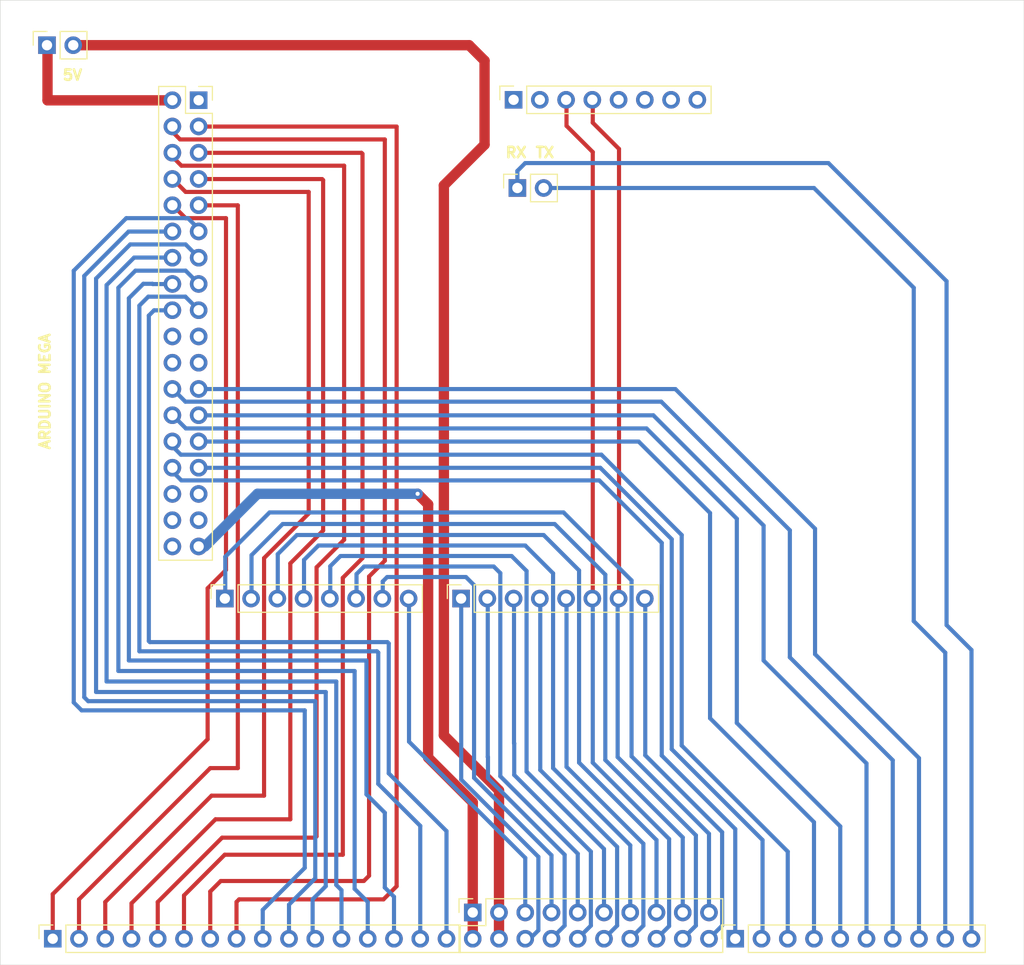
<source format=kicad_pcb>
(kicad_pcb (version 20211014) (generator pcbnew)
  (layers (0 "F.Cu" signal) (31 "B.Cu" signal) (34 "B.Paste" user) (35 "F.Paste" user) (36 "B.SilkS" user "B.Silkscreen") (37 "F.SilkS" user "F.Silkscreen") (38 "B.Mask" user) (39 "F.Mask" user) (44 "Edge.Cuts" user))
  (net 0 "")
  (footprint "Connector_PinSocket_2.54mm:PinSocket_1x08_P2.54mm_Vertical" (layer "F.Cu") (at 106.822 97.892 90)
    (fp_text reference "REF**" hide)
    (fp_text value "PinSocket_1x08_P2.54mm_Vertical" hide)
    (fp_line (start 1.33 1.27) (end 1.33 19.11) (layer "F.SilkS") (width 0.12))
    (fp_line (start -1.33 19.11) (end 1.33 19.11) (layer "F.SilkS") (width 0.12))
    (fp_line (start -1.33 1.27) (end -1.33 19.11) (layer "F.SilkS") (width 0.12))
    (fp_line (start 0 -1.33) (end 1.33 -1.33) (layer "F.SilkS") (width 0.12))
    (fp_line (start 1.33 -1.33) (end 1.33 0) (layer "F.SilkS") (width 0.12))
    (fp_line (start -1.33 1.27) (end 1.33 1.27) (layer "F.SilkS") (width 0.12))
    (pad "1" thru_hole rect (at 0 0 90) (size 1.7 1.7) (drill 1) (layers *.Cu *.Mask))
    (pad "2" thru_hole oval (at 0 2.54 90) (size 1.7 1.7) (drill 1) (layers *.Cu *.Mask))
    (pad "3" thru_hole oval (at 0 5.08 90) (size 1.7 1.7) (drill 1) (layers *.Cu *.Mask))
    (pad "4" thru_hole oval (at 0 7.62 90) (size 1.7 1.7) (drill 1) (layers *.Cu *.Mask))
    (pad "5" thru_hole oval (at 0 10.16 90) (size 1.7 1.7) (drill 1) (layers *.Cu *.Mask))
    (pad "6" thru_hole oval (at 0 12.7 90) (size 1.7 1.7) (drill 1) (layers *.Cu *.Mask))
    (pad "7" thru_hole oval (at 0 15.24 90) (size 1.7 1.7) (drill 1) (layers *.Cu *.Mask))
    (pad "8" thru_hole oval (at 0 17.78 90) (size 1.7 1.7) (drill 1) (layers *.Cu *.Mask))
  )
  (footprint "Connector_PinSocket_2.54mm:PinSocket_1x02_P2.54mm_Vertical" (layer "F.Cu") (at 89.6112 44.3484 90)
    (fp_text reference "5V" hide)
    (fp_text value "PinSocket_1x02_P2.54mm_Vertical" hide)
    (fp_line (start 1.33 1.27) (end 1.33 3.87) (layer "F.SilkS") (width 0.12))
    (fp_line (start -1.33 1.27) (end -1.33 3.87) (layer "F.SilkS") (width 0.12))
    (fp_line (start -1.33 3.87) (end 1.33 3.87) (layer "F.SilkS") (width 0.12))
    (fp_line (start -1.33 1.27) (end 1.33 1.27) (layer "F.SilkS") (width 0.12))
    (fp_line (start 1.33 -1.33) (end 1.33 0) (layer "F.SilkS") (width 0.12))
    (fp_line (start 0 -1.33) (end 1.33 -1.33) (layer "F.SilkS") (width 0.12))
    (pad "1" thru_hole rect (at 0 0 90) (size 1.7 1.7) (drill 1) (layers *.Cu *.Mask))
    (pad "2" thru_hole oval (at 0 2.54 90) (size 1.7 1.7) (drill 1) (layers *.Cu *.Mask))
  )
  (footprint "Connector_PinSocket_2.54mm:PinSocket_2x18_P2.54mm_Vertical" (layer "F.Cu") (at 104.287 49.672)
    (fp_text reference "REF**" hide)
    (fp_text value "PinSocket_2x18_P2.54mm_Vertical" hide)
    (fp_line (start 1.33 -1.33) (end 1.33 0) (layer "F.SilkS") (width 0.12))
    (fp_line (start -1.27 1.27) (end 1.33 1.27) (layer "F.SilkS") (width 0.12))
    (fp_line (start 1.33 1.27) (end 1.33 44.51) (layer "F.SilkS") (width 0.12))
    (fp_line (start -1.27 -1.33) (end -1.27 1.27) (layer "F.SilkS") (width 0.12))
    (fp_line (start 0 -1.33) (end 1.33 -1.33) (layer "F.SilkS") (width 0.12))
    (fp_line (start -3.87 44.51) (end 1.33 44.51) (layer "F.SilkS") (width 0.12))
    (fp_line (start -3.87 -1.33) (end -1.27 -1.33) (layer "F.SilkS") (width 0.12))
    (fp_line (start -3.87 -1.33) (end -3.87 44.51) (layer "F.SilkS") (width 0.12))
    (pad "1" thru_hole rect (at 0 0) (size 1.7 1.7) (drill 1) (layers *.Cu *.Mask))
    (pad "2" thru_hole oval (at -2.54 0) (size 1.7 1.7) (drill 1) (layers *.Cu *.Mask))
    (pad "3" thru_hole oval (at 0 2.54) (size 1.7 1.7) (drill 1) (layers *.Cu *.Mask))
    (pad "4" thru_hole oval (at -2.54 2.54) (size 1.7 1.7) (drill 1) (layers *.Cu *.Mask))
    (pad "5" thru_hole oval (at 0 5.08) (size 1.7 1.7) (drill 1) (layers *.Cu *.Mask))
    (pad "6" thru_hole oval (at -2.54 5.08) (size 1.7 1.7) (drill 1) (layers *.Cu *.Mask))
    (pad "7" thru_hole oval (at 0 7.62) (size 1.7 1.7) (drill 1) (layers *.Cu *.Mask))
    (pad "8" thru_hole oval (at -2.54 7.62) (size 1.7 1.7) (drill 1) (layers *.Cu *.Mask))
    (pad "9" thru_hole oval (at 0 10.16) (size 1.7 1.7) (drill 1) (layers *.Cu *.Mask))
    (pad "10" thru_hole oval (at -2.54 10.16) (size 1.7 1.7) (drill 1) (layers *.Cu *.Mask))
    (pad "11" thru_hole oval (at 0 12.7) (size 1.7 1.7) (drill 1) (layers *.Cu *.Mask))
    (pad "12" thru_hole oval (at -2.54 12.7) (size 1.7 1.7) (drill 1) (layers *.Cu *.Mask))
    (pad "13" thru_hole oval (at 0 15.24) (size 1.7 1.7) (drill 1) (layers *.Cu *.Mask))
    (pad "14" thru_hole oval (at -2.54 15.24) (size 1.7 1.7) (drill 1) (layers *.Cu *.Mask))
    (pad "15" thru_hole oval (at 0 17.78) (size 1.7 1.7) (drill 1) (layers *.Cu *.Mask))
    (pad "16" thru_hole oval (at -2.54 17.78) (size 1.7 1.7) (drill 1) (layers *.Cu *.Mask))
    (pad "17" thru_hole oval (at 0 20.32) (size 1.7 1.7) (drill 1) (layers *.Cu *.Mask))
    (pad "18" thru_hole oval (at -2.54 20.32) (size 1.7 1.7) (drill 1) (layers *.Cu *.Mask))
    (pad "19" thru_hole oval (at 0 22.86) (size 1.7 1.7) (drill 1) (layers *.Cu *.Mask))
    (pad "20" thru_hole oval (at -2.54 22.86) (size 1.7 1.7) (drill 1) (layers *.Cu *.Mask))
    (pad "21" thru_hole oval (at 0 25.4) (size 1.7 1.7) (drill 1) (layers *.Cu *.Mask))
    (pad "22" thru_hole oval (at -2.54 25.4) (size 1.7 1.7) (drill 1) (layers *.Cu *.Mask))
    (pad "23" thru_hole oval (at 0 27.94) (size 1.7 1.7) (drill 1) (layers *.Cu *.Mask))
    (pad "24" thru_hole oval (at -2.54 27.94) (size 1.7 1.7) (drill 1) (layers *.Cu *.Mask))
    (pad "25" thru_hole oval (at 0 30.48) (size 1.7 1.7) (drill 1) (layers *.Cu *.Mask))
    (pad "26" thru_hole oval (at -2.54 30.48) (size 1.7 1.7) (drill 1) (layers *.Cu *.Mask))
    (pad "27" thru_hole oval (at 0 33.02) (size 1.7 1.7) (drill 1) (layers *.Cu *.Mask))
    (pad "28" thru_hole oval (at -2.54 33.02) (size 1.7 1.7) (drill 1) (layers *.Cu *.Mask))
    (pad "29" thru_hole oval (at 0 35.56) (size 1.7 1.7) (drill 1) (layers *.Cu *.Mask))
    (pad "30" thru_hole oval (at -2.54 35.56) (size 1.7 1.7) (drill 1) (layers *.Cu *.Mask))
    (pad "31" thru_hole oval (at 0 38.1) (size 1.7 1.7) (drill 1) (layers *.Cu *.Mask))
    (pad "32" thru_hole oval (at -2.54 38.1) (size 1.7 1.7) (drill 1) (layers *.Cu *.Mask))
    (pad "33" thru_hole oval (at 0 40.64) (size 1.7 1.7) (drill 1) (layers *.Cu *.Mask))
    (pad "34" thru_hole oval (at -2.54 40.64) (size 1.7 1.7) (drill 1) (layers *.Cu *.Mask))
    (pad "35" thru_hole oval (at 0 43.18) (size 1.7 1.7) (drill 1) (layers *.Cu *.Mask))
    (pad "36" thru_hole oval (at -2.54 43.18) (size 1.7 1.7) (drill 1) (layers *.Cu *.Mask))
  )
  (footprint "Connector_PinSocket_2.54mm:PinSocket_1x02_P2.54mm_Vertical" (layer "F.Cu") (at 135.128 58.166 90)
    (fp_text reference "REF**" hide)
    (fp_text value "PinSocket_1x02_P2.54mm_Vertical" hide)
    (fp_line (start -1.33 1.27) (end -1.33 3.87) (layer "F.SilkS") (width 0.12))
    (fp_line (start 1.33 -1.33) (end 1.33 0) (layer "F.SilkS") (width 0.12))
    (fp_line (start 1.33 1.27) (end 1.33 3.87) (layer "F.SilkS") (width 0.12))
    (fp_line (start -1.33 3.87) (end 1.33 3.87) (layer "F.SilkS") (width 0.12))
    (fp_line (start 0 -1.33) (end 1.33 -1.33) (layer "F.SilkS") (width 0.12))
    (fp_line (start -1.33 1.27) (end 1.33 1.27) (layer "F.SilkS") (width 0.12))
    (pad "1" thru_hole rect (at 0 0 90) (size 1.7 1.7) (drill 1) (layers *.Cu *.Mask))
    (pad "2" thru_hole oval (at 0 2.54 90) (size 1.7 1.7) (drill 1) (layers *.Cu *.Mask))
  )
  (footprint "Connector_PinSocket_2.54mm:PinSocket_1x08_P2.54mm_Vertical" (layer "F.Cu") (at 129.682 97.892 90)
    (fp_text reference "REF**" hide)
    (fp_text value "PinSocket_1x08_P2.54mm_Vertical" hide)
    (fp_line (start 1.33 1.27) (end 1.33 19.11) (layer "F.SilkS") (width 0.12))
    (fp_line (start -1.33 19.11) (end 1.33 19.11) (layer "F.SilkS") (width 0.12))
    (fp_line (start -1.33 1.27) (end -1.33 19.11) (layer "F.SilkS") (width 0.12))
    (fp_line (start 0 -1.33) (end 1.33 -1.33) (layer "F.SilkS") (width 0.12))
    (fp_line (start 1.33 -1.33) (end 1.33 0) (layer "F.SilkS") (width 0.12))
    (fp_line (start -1.33 1.27) (end 1.33 1.27) (layer "F.SilkS") (width 0.12))
    (pad "1" thru_hole rect (at 0 0 90) (size 1.7 1.7) (drill 1) (layers *.Cu *.Mask))
    (pad "2" thru_hole oval (at 0 2.54 90) (size 1.7 1.7) (drill 1) (layers *.Cu *.Mask))
    (pad "3" thru_hole oval (at 0 5.08 90) (size 1.7 1.7) (drill 1) (layers *.Cu *.Mask))
    (pad "4" thru_hole oval (at 0 7.62 90) (size 1.7 1.7) (drill 1) (layers *.Cu *.Mask))
    (pad "5" thru_hole oval (at 0 10.16 90) (size 1.7 1.7) (drill 1) (layers *.Cu *.Mask))
    (pad "6" thru_hole oval (at 0 12.7 90) (size 1.7 1.7) (drill 1) (layers *.Cu *.Mask))
    (pad "7" thru_hole oval (at 0 15.24 90) (size 1.7 1.7) (drill 1) (layers *.Cu *.Mask))
    (pad "8" thru_hole oval (at 0 17.78 90) (size 1.7 1.7) (drill 1) (layers *.Cu *.Mask))
  )
  (footprint "Connector_PinSocket_2.54mm:PinSocket_2x10_P2.54mm_Vertical" (layer "F.Cu") (at 130.81 128.27 90)
    (fp_text reference "REF**" hide)
    (fp_text value "PinSocket_2x10_P2.54mm_Vertical" hide)
    (fp_line (start -3.87 -1.33) (end -1.27 -1.33) (layer "F.SilkS") (width 0.12))
    (fp_line (start -3.87 24.19) (end 1.33 24.19) (layer "F.SilkS") (width 0.12))
    (fp_line (start 1.33 1.27) (end 1.33 24.19) (layer "F.SilkS") (width 0.12))
    (fp_line (start -1.27 1.27) (end 1.33 1.27) (layer "F.SilkS") (width 0.12))
    (fp_line (start 1.33 -1.33) (end 1.33 0) (layer "F.SilkS") (width 0.12))
    (fp_line (start -3.87 -1.33) (end -3.87 24.19) (layer "F.SilkS") (width 0.12))
    (fp_line (start -1.27 -1.33) (end -1.27 1.27) (layer "F.SilkS") (width 0.12))
    (fp_line (start 0 -1.33) (end 1.33 -1.33) (layer "F.SilkS") (width 0.12))
    (pad "1" thru_hole rect (at 0 0 90) (size 1.7 1.7) (drill 1) (layers F&B.Cu *.Mask))
    (pad "2" thru_hole oval (at -2.54 0 90) (size 1.7 1.7) (drill 1) (layers F&B.Cu *.Mask))
    (pad "3" thru_hole oval (at 0 2.54 90) (size 1.7 1.7) (drill 1) (layers F&B.Cu *.Mask))
    (pad "4" thru_hole oval (at -2.54 2.54 90) (size 1.7 1.7) (drill 1) (layers F&B.Cu *.Mask))
    (pad "5" thru_hole oval (at 0 5.08 90) (size 1.7 1.7) (drill 1) (layers F&B.Cu *.Mask))
    (pad "6" thru_hole oval (at -2.54 5.08 90) (size 1.7 1.7) (drill 1) (layers F&B.Cu *.Mask))
    (pad "7" thru_hole oval (at 0 7.62 90) (size 1.7 1.7) (drill 1) (layers F&B.Cu *.Mask))
    (pad "8" thru_hole oval (at -2.54 7.62 90) (size 1.7 1.7) (drill 1) (layers F&B.Cu *.Mask))
    (pad "9" thru_hole oval (at 0 10.16 90) (size 1.7 1.7) (drill 1) (layers F&B.Cu *.Mask))
    (pad "10" thru_hole oval (at -2.54 10.16 90) (size 1.7 1.7) (drill 1) (layers F&B.Cu *.Mask))
    (pad "11" thru_hole oval (at 0 12.7 90) (size 1.7 1.7) (drill 1) (layers F&B.Cu *.Mask))
    (pad "12" thru_hole oval (at -2.54 12.7 90) (size 1.7 1.7) (drill 1) (layers F&B.Cu *.Mask))
    (pad "13" thru_hole oval (at 0 15.24 90) (size 1.7 1.7) (drill 1) (layers F&B.Cu *.Mask))
    (pad "14" thru_hole oval (at -2.54 15.24 90) (size 1.7 1.7) (drill 1) (layers F&B.Cu *.Mask))
    (pad "15" thru_hole oval (at 0 17.78 90) (size 1.7 1.7) (drill 1) (layers F&B.Cu *.Mask))
    (pad "16" thru_hole oval (at -2.54 17.78 90) (size 1.7 1.7) (drill 1) (layers F&B.Cu *.Mask))
    (pad "17" thru_hole oval (at 0 20.32 90) (size 1.7 1.7) (drill 1) (layers F&B.Cu *.Mask))
    (pad "18" thru_hole oval (at -2.54 20.32 90) (size 1.7 1.7) (drill 1) (layers F&B.Cu *.Mask))
    (pad "19" thru_hole oval (at 0 22.86 90) (size 1.7 1.7) (drill 1) (layers F&B.Cu *.Mask))
    (pad "20" thru_hole oval (at -2.54 22.86 90) (size 1.7 1.7) (drill 1) (layers F&B.Cu *.Mask))
  )
  (footprint "Connector_PinSocket_2.54mm:PinSocket_1x08_P2.54mm_Vertical" (layer "F.Cu") (at 134.762 49.632 90)
    (fp_text reference "REF**" hide)
    (fp_text value "PinSocket_1x08_P2.54mm_Vertical" hide)
    (fp_line (start 1.33 1.27) (end 1.33 19.11) (layer "F.SilkS") (width 0.12))
    (fp_line (start -1.33 19.11) (end 1.33 19.11) (layer "F.SilkS") (width 0.12))
    (fp_line (start -1.33 1.27) (end -1.33 19.11) (layer "F.SilkS") (width 0.12))
    (fp_line (start 0 -1.33) (end 1.33 -1.33) (layer "F.SilkS") (width 0.12))
    (fp_line (start 1.33 -1.33) (end 1.33 0) (layer "F.SilkS") (width 0.12))
    (fp_line (start -1.33 1.27) (end 1.33 1.27) (layer "F.SilkS") (width 0.12))
    (pad "1" thru_hole rect (at 0 0 90) (size 1.7 1.7) (drill 1) (layers *.Cu *.Mask))
    (pad "2" thru_hole oval (at 0 2.54 90) (size 1.7 1.7) (drill 1) (layers *.Cu *.Mask))
    (pad "3" thru_hole oval (at 0 5.08 90) (size 1.7 1.7) (drill 1) (layers *.Cu *.Mask))
    (pad "4" thru_hole oval (at 0 7.62 90) (size 1.7 1.7) (drill 1) (layers *.Cu *.Mask))
    (pad "5" thru_hole oval (at 0 10.16 90) (size 1.7 1.7) (drill 1) (layers *.Cu *.Mask))
    (pad "6" thru_hole oval (at 0 12.7 90) (size 1.7 1.7) (drill 1) (layers *.Cu *.Mask))
    (pad "7" thru_hole oval (at 0 15.24 90) (size 1.7 1.7) (drill 1) (layers *.Cu *.Mask))
    (pad "8" thru_hole oval (at 0 17.78 90) (size 1.7 1.7) (drill 1) (layers *.Cu *.Mask))
  )
  (footprint "Connector_PinSocket_2.54mm:PinSocket_1x16_P2.54mm_Vertical" (layer "F.Cu") (at 90.17 130.81 90)
    (fp_text reference "REF**" hide)
    (fp_text value "PinSocket_1x16_P2.54mm_Vertical" hide)
    (fp_line (start 0 -1.33) (end 1.33 -1.33) (layer "F.SilkS") (width 0.12))
    (fp_line (start -1.33 1.27) (end -1.33 39.43) (layer "F.SilkS") (width 0.12))
    (fp_line (start -1.33 1.27) (end 1.33 1.27) (layer "F.SilkS") (width 0.12))
    (fp_line (start -1.33 39.43) (end 1.33 39.43) (layer "F.SilkS") (width 0.12))
    (fp_line (start 1.33 -1.33) (end 1.33 0) (layer "F.SilkS") (width 0.12))
    (fp_line (start 1.33 1.27) (end 1.33 39.43) (layer "F.SilkS") (width 0.12))
    (pad "1" thru_hole rect (at 0 0 90) (size 1.7 1.7) (drill 1) (layers F&B.Cu *.Mask))
    (pad "2" thru_hole oval (at 0 2.54 90) (size 1.7 1.7) (drill 1) (layers F&B.Cu *.Mask))
    (pad "3" thru_hole oval (at 0 5.08 90) (size 1.7 1.7) (drill 1) (layers F&B.Cu *.Mask))
    (pad "4" thru_hole oval (at 0 7.62 90) (size 1.7 1.7) (drill 1) (layers F&B.Cu *.Mask))
    (pad "5" thru_hole oval (at 0 10.16 90) (size 1.7 1.7) (drill 1) (layers F&B.Cu *.Mask))
    (pad "6" thru_hole oval (at 0 12.7 90) (size 1.7 1.7) (drill 1) (layers F&B.Cu *.Mask))
    (pad "7" thru_hole oval (at 0 15.24 90) (size 1.7 1.7) (drill 1) (layers F&B.Cu *.Mask))
    (pad "8" thru_hole oval (at 0 17.78 90) (size 1.7 1.7) (drill 1) (layers F&B.Cu *.Mask))
    (pad "9" thru_hole oval (at 0 20.32 90) (size 1.7 1.7) (drill 1) (layers F&B.Cu *.Mask))
    (pad "10" thru_hole oval (at 0 22.86 90) (size 1.7 1.7) (drill 1) (layers F&B.Cu *.Mask))
    (pad "11" thru_hole oval (at 0 25.4 90) (size 1.7 1.7) (drill 1) (layers F&B.Cu *.Mask))
    (pad "12" thru_hole oval (at 0 27.94 90) (size 1.7 1.7) (drill 1) (layers F&B.Cu *.Mask))
    (pad "13" thru_hole oval (at 0 30.48 90) (size 1.7 1.7) (drill 1) (layers F&B.Cu *.Mask))
    (pad "14" thru_hole oval (at 0 33.02 90) (size 1.7 1.7) (drill 1) (layers F&B.Cu *.Mask))
    (pad "15" thru_hole oval (at 0 35.56 90) (size 1.7 1.7) (drill 1) (layers F&B.Cu *.Mask))
    (pad "16" thru_hole oval (at 0 38.1 90) (size 1.7 1.7) (drill 1) (layers F&B.Cu *.Mask))
  )
  (footprint "Connector_PinSocket_2.54mm:PinSocket_1x10_P2.54mm_Vertical" (layer "F.Cu") (at 156.21 130.81 90)
    (fp_text reference "REF**" hide)
    (fp_text value "PinSocket_1x10_P2.54mm_Vertical" hide)
    (fp_line (start -1.33 1.27) (end -1.33 24.19) (layer "F.SilkS") (width 0.12))
    (fp_line (start 1.33 -1.33) (end 1.33 0) (layer "F.SilkS") (width 0.12))
    (fp_line (start 0 -1.33) (end 1.33 -1.33) (layer "F.SilkS") (width 0.12))
    (fp_line (start -1.33 1.27) (end 1.33 1.27) (layer "F.SilkS") (width 0.12))
    (fp_line (start -1.33 24.19) (end 1.33 24.19) (layer "F.SilkS") (width 0.12))
    (fp_line (start 1.33 1.27) (end 1.33 24.19) (layer "F.SilkS") (width 0.12))
    (pad "1" thru_hole rect (at 0 0 90) (size 1.7 1.7) (drill 1) (layers F&B.Cu *.Mask))
    (pad "2" thru_hole oval (at 0 2.54 90) (size 1.7 1.7) (drill 1) (layers F&B.Cu *.Mask))
    (pad "3" thru_hole oval (at 0 5.08 90) (size 1.7 1.7) (drill 1) (layers F&B.Cu *.Mask))
    (pad "4" thru_hole oval (at 0 7.62 90) (size 1.7 1.7) (drill 1) (layers F&B.Cu *.Mask))
    (pad "5" thru_hole oval (at 0 10.16 90) (size 1.7 1.7) (drill 1) (layers F&B.Cu *.Mask))
    (pad "6" thru_hole oval (at 0 12.7 90) (size 1.7 1.7) (drill 1) (layers F&B.Cu *.Mask))
    (pad "7" thru_hole oval (at 0 15.24 90) (size 1.7 1.7) (drill 1) (layers F&B.Cu *.Mask))
    (pad "8" thru_hole oval (at 0 17.78 90) (size 1.7 1.7) (drill 1) (layers F&B.Cu *.Mask))
    (pad "9" thru_hole oval (at 0 20.32 90) (size 1.7 1.7) (drill 1) (layers F&B.Cu *.Mask))
    (pad "10" thru_hole oval (at 0 22.86 90) (size 1.7 1.7) (drill 1) (layers F&B.Cu *.Mask))
  )
  (gr_rect (start 85.09 40) (end 184.15 133.35) (layer "Edge.Cuts") (width 0.05) (fill none))
  (gr_text "TX" (at 137.795 54.737) (layer "F.SilkS") (effects (font (size 1 1) (thickness 0.25))))
  (gr_text "ARDUINO MEGA" (at 89.408 77.851 90) (layer "F.SilkS") (effects (font (size 1 1) (thickness 0.25))))
  (gr_text "RX" (at 135.001 54.737) (layer "F.SilkS") (effects (font (size 1 1) (thickness 0.25))))
  (gr_text "5V" (at 92.075 47.244) (layer "F.SilkS") (effects (font (size 1 1) (thickness 0.25))))
  (segment (start 101.7828 55.1738) (end 101.7828 54.7624) (width 0.4) (layer "F.Cu") (net 0))
  (segment (start 120.142 54.864) (end 120.142 93.98) (width 0.4) (layer "F.Cu") (net 0))
  (segment (start 126.492 88.773) (end 125.476 87.757) (width 1) (layer "F.Cu") (net 0))
  (segment (start 89.662 49.6824) (end 101.7828 49.6824) (width 1) (layer "F.Cu") (net 0))
  (segment (start 130.81 130.81) (end 130.81 128.27) (width 1) (layer "F.Cu") (net 0))
  (segment (start 123.444 125.73) (end 122.174 127) (width 0.4) (layer "F.Cu") (net 0))
  (segment (start 126.492 113.284) (end 126.492 88.773) (width 1) (layer "F.Cu") (net 0))
  (segment (start 105.41 126.238) (end 105.41 130.81) (width 0.4) (layer "F.Cu") (net 0))
  (segment (start 123.444 52.2224) (end 123.444 125.73) (width 0.4) (layer "F.Cu") (net 0))
  (segment (start 92.71 130.81) (end 92.71 127) (width 0.4) (layer "F.Cu") (net 0))
  (segment (start 120.777 124.714) (end 120.269 125.222) (width 0.4) (layer "F.Cu") (net 0))
  (segment (start 104.3228 57.3024) (end 116.2304 57.3024) (width 0.4) (layer "F.Cu") (net 0))
  (segment (start 142.4228 51.8464) (end 142.4228 49.6824) (width 0.4) (layer "F.Cu") (net 0))
  (segment (start 106.426 125.222) (end 105.41 126.238) (width 0.4) (layer "F.Cu") (net 0))
  (segment (start 120.777 95.758) (end 120.777 124.714) (width 0.4) (layer "F.Cu") (net 0))
  (segment (start 106.934 61.087) (end 106.934 95.123) (width 0.4) (layer "F.Cu") (net 0))
  (segment (start 115.697 94.869) (end 118.364 92.202) (width 0.4) (layer "F.Cu") (net 0))
  (segment (start 139.8828 49.6824) (end 139.8828 52.1512) (width 0.4) (layer "F.Cu") (net 0))
  (segment (start 108.077 59.8424) (end 104.3228 59.8424) (width 0.4) (layer "F.Cu") (net 0))
  (segment (start 130.4544 44.3484) (end 92.1512 44.3484) (width 1) (layer "F.Cu") (net 0))
  (segment (start 120.142 93.98) (end 118.237 95.885) (width 0.4) (layer "F.Cu") (net 0))
  (segment (start 102.87 126.619) (end 102.87 130.81) (width 0.4) (layer "F.Cu") (net 0))
  (segment (start 142.4228 54.6912) (end 142.4228 97.9424) (width 0.4) (layer "F.Cu") (net 0))
  (segment (start 89.662 44.45) (end 89.662 49.6824) (width 1) (layer "F.Cu") (net 0))
  (segment (start 122.301 53.467) (end 122.301 94.234) (width 0.4) (layer "F.Cu") (net 0))
  (segment (start 100.33 130.81) (end 100.33 127.254) (width 0.4) (layer "F.Cu") (net 0))
  (segment (start 144.9628 54.3864) (end 142.4228 51.8464) (width 0.4) (layer "F.Cu") (net 0))
  (segment (start 105.41 114.3) (end 108.077 114.3) (width 0.4) (layer "F.Cu") (net 0))
  (segment (start 105.918 119.253) (end 97.79 127.381) (width 0.4) (layer "F.Cu") (net 0))
  (segment (start 108.204 127) (end 107.95 127.254) (width 0.4) (layer "F.Cu") (net 0))
  (segment (start 120.0404 54.7624) (end 120.142 54.864) (width 0.4) (layer "F.Cu") (net 0))
  (segment (start 107.95 127.254) (end 107.95 130.81) (width 0.4) (layer "F.Cu") (net 0))
  (segment (start 114.935 89.662) (end 110.617 93.98) (width 0.4) (layer "F.Cu") (net 0))
  (segment (start 133.35 130.81) (end 133.35 128.27) (width 1) (layer "F.Cu") (net 0))
  (segment (start 106.807 122.682) (end 102.87 126.619) (width 0.4) (layer "F.Cu") (net 0))
  (segment (start 118.364 92.202) (end 118.364 56.007) (width 0.4) (layer "F.Cu") (net 0))
  (segment (start 133.35 128.27) (end 133.35 116.459) (width 1) (layer "F.Cu") (net 0))
  (segment (start 100.33 127.254) (end 106.553 121.031) (width 0.4) (layer "F.Cu") (net 0))
  (segment (start 131.953 53.975) (end 131.953 45.847) (width 1) (layer "F.Cu") (net 0))
  (segment (start 97.79 127.381) (end 97.79 130.81) (width 0.4) (layer "F.Cu") (net 0))
  (segment (start 118.237 95.885) (end 118.237 122.682) (width 0.4) (layer "F.Cu") (net 0))
  (segment (start 130.81 128.27) (end 130.81 117.602) (width 1) (layer "F.Cu") (net 0))
  (segment (start 133.35 116.459) (end 128.016 111.125) (width 1) (layer "F.Cu") (net 0))
  (segment (start 110.617 116.967) (end 105.537 116.967) (width 0.4) (layer "F.Cu") (net 0))
  (segment (start 122.301 94.234) (end 120.777 95.758) (width 0.4) (layer "F.Cu") (net 0))
  (segment (start 101.7828 52.7608) (end 102.489 53.467) (width 0.4) (layer "F.Cu") (net 0))
  (segment (start 101.7828 52.2224) (end 101.7828 52.7608) (width 0.4) (layer "F.Cu") (net 0))
  (segment (start 139.8828 52.1512) (end 142.4228 54.6912) (width 0.4) (layer "F.Cu") (net 0))
  (segment (start 130.81 117.602) (end 126.492 113.284) (width 1) (layer "F.Cu") (net 0))
  (segment (start 102.489 53.467) (end 122.301 53.467) (width 0.4) (layer "F.Cu") (net 0))
  (segment (start 118.364 56.007) (end 102.616 56.007) (width 0.4) (layer "F.Cu") (net 0))
  (segment (start 131.953 45.847) (end 130.4544 44.3484) (width 1) (layer "F.Cu") (net 0))
  (segment (start 106.934 95.123) (end 105.156 96.901) (width 0.4) (layer "F.Cu") (net 0))
  (segment (start 144.9628 97.9424) (end 144.9628 54.3864) (width 0.4) (layer "F.Cu") (net 0))
  (segment (start 116.332 91.313) (end 113.157 94.488) (width 0.4) (layer "F.Cu") (net 0))
  (segment (start 104.3228 54.7624) (end 120.0404 54.7624) (width 0.4) (layer "F.Cu") (net 0))
  (segment (start 128.016 57.912) (end 131.953 53.975) (width 1) (layer "F.Cu") (net 0))
  (segment (start 113.157 94.488) (end 113.157 119.253) (width 0.4) (layer "F.Cu") (net 0))
  (segment (start 95.25 127.254) (end 95.25 130.81) (width 0.4) (layer "F.Cu") (net 0))
  (segment (start 116.2304 57.3024) (end 116.332 57.404) (width 0.4) (layer "F.Cu") (net 0))
  (segment (start 105.156 111.506) (end 90.17 126.492) (width 0.4) (layer "F.Cu") (net 0))
  (segment (start 120.269 125.222) (end 106.426 125.222) (width 0.4) (layer "F.Cu") (net 0))
  (segment (start 114.935 58.547) (end 114.935 89.662) (width 0.4) (layer "F.Cu") (net 0))
  (segment (start 115.57 121.031) (end 115.697 120.904) (width 0.4) (layer "F.Cu") (net 0))
  (segment (start 101.7828 59.8424) (end 103.0274 61.087) (width 0.4) (layer "F.Cu") (net 0))
  (segment (start 90.17 126.492) (end 90.17 130.81) (width 0.4) (layer "F.Cu") (net 0))
  (segment (start 103.0274 61.087) (end 106.934 61.087) (width 0.4) (layer "F.Cu") (net 0))
  (segment (start 101.7828 57.3024) (end 103.0274 58.547) (width 0.4) (layer "F.Cu") (net 0))
  (segment (start 113.157 119.253) (end 105.918 119.253) (width 0.4) (layer "F.Cu") (net 0))
  (segment (start 103.0274 58.547) (end 114.935 58.547) (width 0.4) (layer "F.Cu") (net 0))
  (segment (start 108.077 114.3) (end 108.077 59.8424) (width 0.4) (layer "F.Cu") (net 0))
  (segment (start 104.3228 52.2224) (end 123.444 52.2224) (width 0.4) (layer "F.Cu") (net 0))
  (segment (start 122.174 127) (end 108.204 127) (width 0.4) (layer "F.Cu") (net 0))
  (segment (start 118.237 122.682) (end 106.807 122.682) (width 0.4) (layer "F.Cu") (net 0))
  (segment (start 92.71 127) (end 105.41 114.3) (width 0.4) (layer "F.Cu") (net 0))
  (segment (start 115.697 120.904) (end 115.697 94.869) (width 0.4) (layer "F.Cu") (net 0))
  (segment (start 128.016 111.125) (end 128.016 57.912) (width 1) (layer "F.Cu") (net 0))
  (segment (start 105.156 96.901) (end 105.156 111.506) (width 0.4) (layer "F.Cu") (net 0))
  (segment (start 106.553 121.031) (end 115.57 121.031) (width 0.4) (layer "F.Cu") (net 0))
  (segment (start 116.332 57.404) (end 116.332 91.313) (width 0.4) (layer "F.Cu") (net 0))
  (segment (start 102.616 56.007) (end 101.7828 55.1738) (width 0.4) (layer "F.Cu") (net 0))
  (segment (start 105.537 116.967) (end 95.25 127.254) (width 0.4) (layer "F.Cu") (net 0))
  (segment (start 110.617 93.98) (end 110.617 116.967) (width 0.4) (layer "F.Cu") (net 0))
  (via (at 125.476 87.757) (size 1) (drill 0.4) (layers "F.Cu" "B.Cu") (net 0))
  (segment (start 129.6924 115.4176) (end 137.16 122.8852) (width 0.4) (layer "B.Cu") (net 0))
  (segment (start 138.43 128.27) (end 138.43 122.7328) (width 0.4) (layer "B.Cu") (net 0))
  (segment (start 142.4228 113.7716) (end 149.8092 121.158) (width 0.4) (layer "B.Cu") (net 0))
  (segment (start 123.19 126.746) (end 123.19 130.81) (width 0.4) (layer "B.Cu") (net 0))
  (segment (start 143.1544 85.2424) (end 150.0632 92.1512) (width 0.4) (layer "B.Cu") (net 0))
  (segment (start 116.586 125.73) (end 115.316 127) (width 0.4) (layer "B.Cu") (net 0))
  (segment (start 115.57 124.968) (end 113.03 127.508) (width 0.4) (layer "B.Cu") (net 0))
  (segment (start 98.171 66.167) (end 96.52 67.818) (width 0.4) (layer "B.Cu") (net 0))
  (segment (start 171.45 113.538) (end 161.4932 103.5812) (width 0.4) (layer "B.Cu") (net 0))
  (segment (start 138.5824 114.3) (end 138.5824 95.4532) (width 0.4) (layer "B.Cu") (net 0))
  (segment (start 149.0472 78.8416) (end 103.002 78.8416) (width 0.4) (layer "B.Cu") (net 0))
  (segment (start 142.4228 97.9424) (end 142.4228 113.7716) (width 0.4) (layer "B.Cu") (net 0))
  (segment (start 104.8766 92.8624) (end 109.982 87.757) (width 1) (layer "B.Cu") (net 0))
  (segment (start 101.7828 80.1624) (end 103.0528 81.4324) (width 0.4) (layer "B.Cu") (net 0))
  (segment (start 132.2832 113.2332) (end 132.2628 113.2128) (width 0.4) (layer "B.Cu") (net 0))
  (segment (start 138.43 130.81) (end 139.7 129.54) (width 0.4) (layer "B.Cu") (net 0))
  (segment (start 99.4664 70.5104) (end 99.4664 102.0064) (width 0.4) (layer "B.Cu") (net 0))
  (segment (start 94.361 106.934) (end 116.586 106.934) (width 0.4) (layer "B.Cu") (net 0))
  (segment (start 101.7828 82.7024) (end 101.7828 83.19) (width 0.4) (layer "B.Cu") (net 0))
  (segment (start 151.0284 91.7448) (end 151.0284 112.1156) (width 0.4) (layer "B.Cu") (net 0))
  (segment (start 146.05 130.81) (end 147.32 129.54) (width 0.4) (layer "B.Cu") (net 0))
  (segment (start 143.637 95.5802) (end 138.7348 90.678) (width 0.4) (layer "B.Cu") (net 0))
  (segment (start 93.218 66.675) (end 93.218 107.442) (width 0.4) (layer "B.Cu") (net 0))
  (segment (start 168.91 113.8428) (end 168.91 130.81) (width 0.4) (layer "B.Cu") (net 0))
  (segment (start 129.7228 97.9424) (end 129.6924 97.9728) (width 0.4) (layer "B.Cu") (net 0))
  (segment (start 111.9428 93.594) (end 113.792 91.7448) (width 0.4) (layer "B.Cu") (net 0))
  (segment (start 93.218 107.442) (end 93.599 107.823) (width 0.4) (layer "B.Cu") (net 0))
  (segment (start 153.7716 89.6112) (end 153.7716 109.474) (width 0.4) (layer "B.Cu") (net 0))
  (segment (start 122.555 102.108) (end 122.682 102.235) (width 0.4) (layer "B.Cu") (net 0))
  (segment (start 132.2832 115.2652) (end 132.2832 113.2332) (width 0.4) (layer "B.Cu") (net 0))
  (segment (start 98.552 102.997) (end 121.539 102.997) (width 0.4) (layer "B.Cu") (net 0))
  (segment (start 149.8092 129.5908) (end 148.59 130.81) (width 0.4) (layer "B.Cu") (net 0))
  (segment (start 156.3624 109.9312) (end 166.37 119.9388) (width 0.4) (layer "B.Cu") (net 0))
  (segment (start 176.657 100.457) (end 179.07 102.87) (width 0.4) (layer "B.Cu") (net 0))
  (segment (start 114.554 123.952) (end 110.49 128.016) (width 0.4) (layer "B.Cu") (net 0))
  (segment (start 147.32 129.54) (end 147.32 121.6152) (width 0.4) (layer "B.Cu") (net 0))
  (segment (start 103.0528 81.4324) (end 147.6248 81.4324) (width 0.4) (layer "B.Cu") (net 0))
  (segment (start 148.2852 80.1624) (end 158.9532 90.8304) (width 0.4) (layer "B.Cu") (net 0))
  (segment (start 146.05 128.27) (end 146.05 121.7676) (width 0.4) (layer "B.Cu") (net 0))
  (segment (start 141.097 95.1738) (end 141.097 113.7666) (width 0.4) (layer "B.Cu") (net 0))
  (segment (start 137.3428 114.4828) (end 144.78 121.92) (width 0.4) (layer "B.Cu") (net 0))
  (segment (start 179.07 102.87) (end 179.07 130.81) (width 0.4) (layer "B.Cu") (net 0))
  (segment (start 122.682 114.808) (end 128.27 120.396) (width 0.4) (layer "B.Cu") (net 0))
  (segment (start 104.3228 64.9224) (end 103.0274 63.627) (width 0.4) (layer "B.Cu") (net 0))
  (segment (start 133.477 115.0874) (end 140.97 122.5804) (width 0.4) (layer "B.Cu") (net 0))
  (segment (start 92.964 108.712) (end 114.554 108.712) (width 0.4) (layer "B.Cu") (net 0))
  (segment (start 147.6248 81.4324) (end 156.3624 90.17) (width 0.4) (layer "B.Cu") (net 0))
  (segment (start 144.8308 113.2332) (end 144.8308 98.0744) (width 0.4) (layer "B.Cu") (net 0))
  (segment (start 153.7716 109.474) (end 163.83 119.5324) (width 0.4) (layer "B.Cu") (net 0))
  (segment (start 124.6428 111.7396) (end 124.6428 97.9424) (width 0.4) (layer "B.Cu") (net 0))
  (segment (start 109.4028 93.6956) (end 109.4028 97.9424) (width 0.4) (layer "B.Cu") (net 0))
  (segment (start 110.49 128.016) (end 110.49 130.81) (width 0.4) (layer "B.Cu") (net 0))
  (segment (start 138.5824 95.4532) (end 135.89 92.7608) (width 0.4) (layer "B.Cu") (net 0))
  (segment (start 141.097 113.7666) (end 148.59 121.2596) (width 0.4) (layer "B.Cu") (net 0))
  (segment (start 133.477 95.4278) (end 133.477 115.0874) (width 0.4) (layer "B.Cu") (net 0))
  (segment (start 153.67 130.81) (end 154.94 129.54) (width 0.4) (layer "B.Cu") (net 0))
  (segment (start 118.11 126.111) (end 118.11 130.81) (width 0.4) (layer "B.Cu") (net 0))
  (segment (start 121.666 103.124) (end 121.666 115.824) (width 0.4) (layer "B.Cu") (net 0))
  (segment (start 148.59 121.2596) (end 148.59 128.27) (width 0.4) (layer "B.Cu") (net 0))
  (segment (start 117.0228 97.9424) (end 117.0228 94.7624) (width 0.4) (layer "B.Cu") (net 0))
  (segment (start 93.599 107.823) (end 115.57 107.823) (width 0.4) (layer "B.Cu") (net 0))
  (segment (start 96.52 104.902) (end 119.38 104.902) (width 0.4) (layer "B.Cu") (net 0))
  (segment (start 143.0528 86.4616) (end 149.098 92.5068) (width 0.4) (layer "B.Cu") (net 0))
  (segment (start 95.377 67.564) (end 95.377 105.918) (width 0.4) (layer "B.Cu") (net 0))
  (segment (start 134.8232 114.9604) (end 134.8232 111.9124) (width 0.4) (layer "B.Cu") (net 0))
  (segment (start 114.554 108.712) (end 114.554 123.952) (width 0.4) (layer "B.Cu") (net 0))
  (segment (start 97.536 103.886) (end 120.523 103.886) (width 0.4) (layer "B.Cu") (net 0))
  (segment (start 116.586 106.934) (end 116.586 125.73) (width 0.4) (layer "B.Cu") (net 0))
  (segment (start 158.8516 121.2596) (end 158.8516 130.7084) (width 0.4) (layer "B.Cu") (net 0))
  (segment (start 103.002 68.6816) (end 99.4156 68.6816) (width 0.4) (layer "B.Cu") (net 0))
  (segment (start 103.0274 63.627) (end 97.663 63.627) (width 0.4) (layer "B.Cu") (net 0))
  (segment (start 121.539 102.997) (end 121.666 103.124) (width 0.4) (layer "B.Cu") (net 0))
  (segment (start 143.637 113.5126) (end 143.637 95.5802) (width 0.4) (layer "B.Cu") (net 0))
  (segment (start 117.0228 94.7624) (end 118.0084 93.7768) (width 0.4) (layer "B.Cu") (net 0))
  (segment (start 135.128 58.166) (end 135.128 56.515) (width 0.4) (layer "B.Cu") (net 0))
  (segment (start 140.97 130.81) (end 142.24 129.54) (width 0.4) (layer "B.Cu") (net 0))
  (segment (start 146.05 121.7676) (end 138.5824 114.3) (width 0.4) (layer "B.Cu") (net 0))
  (segment (start 101.732 64.897) (end 98.044 64.897) (width 0.4) (layer "B.Cu") (net 0))
  (segment (start 119.38 104.902) (end 119.38 125.984) (width 0.4) (layer "B.Cu") (net 0))
  (segment (start 120.523 103.886) (end 120.523 116.84) (width 0.4) (layer "B.Cu") (net 0))
  (segment (start 138.7348 90.678) (end 112.4204 90.678) (width 0.4) (layer "B.Cu") (net 0))
  (segment (start 128.27 120.396) (end 128.27 130.81) (width 0.4) (layer "B.Cu") (net 0))
  (segment (start 173.482 100.076) (end 173.482 67.818) (width 0.4) (layer "B.Cu") (net 0))
  (segment (start 97.536 68.834) (end 97.536 103.886) (width 0.4) (layer "B.Cu") (net 0))
  (segment (start 98.044 64.897) (end 95.377 67.564) (width 0.4) (layer "B.Cu") (net 0))
  (segment (start 101.7828 62.3824) (end 97.5106 62.3824) (width 0.4) (layer "B.Cu") (net 0))
  (segment (start 125.73 119.888) (end 125.73 130.81) (width 0.4) (layer "B.Cu") (net 0))
  (segment (start 151.13 121.0056) (end 143.637 113.5126) (width 0.4) (layer "B.Cu") (net 0))
  (segment (start 137.16 129.9972) (end 136.3472 130.81) (width 0.4) (layer "B.Cu") (net 0))
  (segment (start 137.3428 97.9424) (end 137.3428 114.4828) (width 0.4) (layer "B.Cu") (net 0))
  (segment (start 176.53 103.124) (end 173.482 100.076) (width 0.4) (layer "B.Cu") (net 0))
  (segment (start 111.9428 97.9424) (end 111.9428 93.594) (width 0.4) (layer "B.Cu") (net 0))
  (segment (start 166.37 119.9388) (end 166.37 130.81) (width 0.4) (layer "B.Cu") (net 0))
  (segment (start 111.1504 89.5604) (end 139.5984 89.5604) (width 0.4) (layer "B.Cu") (net 0))
  (segment (start 152.4 120.8024) (end 144.8308 113.2332) (width 0.4) (layer "B.Cu") (net 0))
  (segment (start 176.657 67.183) (end 176.657 100.457) (width 0.4) (layer "B.Cu") (net 0))
  (segment (start 102.616 86.4616) (end 143.0528 86.4616) (width 0.4) (layer "B.Cu") (net 0))
  (segment (start 158.9532 90.8304) (end 158.9532 103.886) (width 0.4) (layer "B.Cu") (net 0))
  (segment (start 146.177 96.139) (end 146.177 113.157) (width 0.4) (layer "B.Cu") (net 0))
  (segment (start 163.9316 91.1352) (end 150.4188 77.6224) (width 0.4) (layer "B.Cu") (net 0))
  (segment (start 171.45 130.81) (end 171.45 113.538) (width 0.4) (layer "B.Cu") (net 0))
  (segment (start 119.5628 97.9424) (end 119.5628 95.5244) (width 0.4) (layer "B.Cu") (net 0))
  (segment (start 149.098 113.0808) (end 156.21 120.1928) (width 0.4) (layer "B.Cu") (net 0))
  (segment (start 101.7828 64.9224) (end 101.7574 64.9224) (width 0.4) (layer "B.Cu") (net 0))
  (segment (start 165.227 55.753) (end 176.657 67.183) (width 0.4) (layer "B.Cu") (net 0))
  (segment (start 98.933 67.437) (end 97.536 68.834) (width 0.4) (layer "B.Cu") (net 0))
  (segment (start 102.5652 83.9724) (end 143.256 83.9724) (width 0.4) (layer "B.Cu") (net 0))
  (segment (start 154.94 129.54) (end 154.94 120.4976) (width 0.4) (layer "B.Cu") (net 0))
  (segment (start 143.51 122.1232) (end 143.51 128.27) (width 0.4) (layer "B.Cu") (net 0))
  (segment (start 163.83 58.166) (end 137.668 58.166) (width 0.4) (layer "B.Cu") (net 0))
  (segment (start 104.3228 70.0024) (end 103.002 68.6816) (width 0.4) (layer "B.Cu") (net 0))
  (segment (start 135.89 128.27) (end 135.89 122.9868) (width 0.4) (layer "B.Cu") (net 0))
  (segment (start 103.002 78.8416) (end 101.7828 77.6224) (width 0.4) (layer "B.Cu") (net 0))
  (segment (start 150.0632 92.1512) (end 150.0632 112.4712) (width 0.4) (layer "B.Cu") (net 0))
  (segment (start 120.523 116.84) (end 122.301 118.618) (width 0.4) (layer "B.Cu") (net 0))
  (segment (start 161.4932 103.5812) (end 161.4932 91.2876) (width 0.4) (layer "B.Cu") (net 0))
  (segment (start 139.7 129.54) (end 139.7 122.682) (width 0.4) (layer "B.Cu") (net 0))
  (segment (start 139.7 122.682) (end 132.2832 115.2652) (width 0.4) (layer "B.Cu") (net 0))
  (segment (start 92.202 66.167) (end 92.202 107.95) (width 0.4) (layer "B.Cu") (net 0))
  (segment (start 113.792 91.7448) (end 137.668 91.7448) (width 0.4) (layer "B.Cu") (net 0))
  (segment (start 104.3228 82.7024) (end 146.8628 82.7024) (width 0.4) (layer "B.Cu") (net 0))
  (segment (start 142.24 129.54) (end 142.24 122.3772) (width 0.4) (layer "B.Cu") (net 0))
  (segment (start 147.5028 113.0604) (end 147.5028 97.9424) (width 0.4) (layer "B.Cu") (net 0))
  (segment (start 120.2944 94.7928) (end 132.842 94.7928) (width 0.4) (layer "B.Cu") (net 0))
  (segment (start 97.5106 62.3824) (end 93.218 66.675) (width 0.4) (layer "B.Cu") (net 0))
  (segment (start 143.256 83.9724) (end 151.0284 91.7448) (width 0.4) (layer "B.Cu") (net 0))
  (segment (start 115.8748 92.7608) (end 114.4828 94.1528) (width 0.4) (layer "B.Cu") (net 0))
  (segment (start 156.3624 90.17) (end 156.3624 109.9312) (width 0.4) (layer "B.Cu") (net 0))
  (segment (start 99.4156 68.6816) (end 98.552 69.5452) (width 0.4) (layer "B.Cu") (net 0))
  (segment (start 129.6924 97.9728) (end 129.6924 115.4176) (width 0.4) (layer "B.Cu") (net 0))
  (segment (start 94.361 66.929) (end 94.361 106.934) (width 0.4) (layer "B.Cu") (net 0))
  (segment (start 163.83 119.5324) (end 163.83 130.81) (width 0.4) (layer "B.Cu") (net 0))
  (segment (start 173.99 130.81) (end 173.99 113.3348) (width 0.4) (layer "B.Cu") (net 0))
  (segment (start 151.13 128.27) (end 151.13 121.0056) (width 0.4) (layer "B.Cu") (net 0))
  (segment (start 122.301 125.857) (end 123.19 126.746) (width 0.4) (layer "B.Cu") (net 0))
  (segment (start 101.7828 67.4624) (end 99.8474 67.4624) (width 0.4) (layer "B.Cu") (net 0))
  (segment (start 122.682 102.235) (end 122.682 114.808) (width 0.4) (layer "B.Cu") (net 0))
  (segment (start 136.3472 130.81) (end 135.89 130.81) (width 0.4) (layer "B.Cu") (net 0))
  (segment (start 96.52 67.818) (end 96.52 104.902) (width 0.4) (layer "B.Cu") (net 0))
  (segment (start 99.822 67.437) (end 98.933 67.437) (width 0.4) (layer "B.Cu") (net 0))
  (segment (start 132.842 94.7928) (end 133.477 95.4278) (width 0.4) (layer "B.Cu") (net 0))
  (segment (start 173.99 113.3348) (end 163.9316 103.2764) (width 0.4) (layer "B.Cu") (net 0))
  (segment (start 132.2628 113.2128) (end 132.2628 97.9424) (width 0.4) (layer "B.Cu") (net 0))
  (segment (start 121.666 115.824) (end 125.73 119.888) (width 0.4) (layer "B.Cu") (net 0))
  (segment (start 118.0084 93.7768) (end 134.5692 93.7768) (width 0.4) (layer "B.Cu") (net 0))
  (segment (start 142.24 122.3772) (end 134.8232 114.9604) (width 0.4) (layer "B.Cu") (net 0))
  (segment (start 92.202 107.95) (end 92.964 108.712) (width 0.4) (layer "B.Cu") (net 0))
  (segment (start 161.4932 91.2876) (end 149.0472 78.8416) (width 0.4) (layer "B.Cu") (net 0))
  (segment (start 115.316 127) (end 115.316 130.556) (width 0.4) (layer "B.Cu") (net 0))
  (segment (start 140.97 122.5804) (end 140.97 128.27) (width 0.4) (layer "B.Cu") (net 0))
  (segment (start 153.67 120.65) (end 153.67 128.27) (width 0.4) (layer "B.Cu") (net 0))
  (segment (start 134.8028 111.892) (end 134.8028 97.9424) (width 0.4) (layer "B.Cu") (net 0))
  (segment (start 104.3228 67.4624) (end 103.0274 66.167) (width 0.4) (layer "B.Cu") (net 0))
  (segment (start 101.7828 83.19) (end 102.5652 83.9724) (width 0.4) (layer "B.Cu") (net 0))
  (segment (start 115.316 130.556) (end 115.57 130.81) (width 0.4) (layer "B.Cu") (net 0))
  (segment (start 158.8516 130.7084) (end 158.75 130.81) (width 0.4) (layer "B.Cu") (net 0))
  (segment (start 130.937 96.5962) (end 130.1496 95.8088) (width 0.4) (layer "B.Cu") (net 0))
  (segment (start 136.017 114.6302) (end 143.51 122.1232) (width 0.4) (layer "B.Cu") (net 0))
  (segment (start 99.568 102.108) (end 122.555 102.108) (width 0.4) (layer "B.Cu") (net 0))
  (segment (start 117.602 125.603) (end 118.11 126.111) (width 0.4) (layer "B.Cu") (net 0))
  (segment (start 95.377 105.918) (end 117.602 105.918) (width 0.4) (layer "B.Cu") (net 0))
  (segment (start 173.482 67.818) (end 163.83 58.166) (width 0.4) (layer "B.Cu") (net 0))
  (segment (start 163.9316 103.2764) (end 163.9316 91.1352) (width 0.4) (layer "B.Cu") (net 0))
  (segment (start 130.937 115.2398) (end 130.937 96.5962) (width 0.4) (layer "B.Cu") (net 0))
  (segment (start 137.668 91.7448) (end 141.097 95.1738) (width 0.4) (layer "B.Cu") (net 0))
  (segment (start 104.3228 62.3824) (end 104.3228 62.1588) (width 0.4) (layer "B.Cu") (net 0))
  (segment (start 135.89 122.9868) (end 124.6428 111.7396) (width 0.4) (layer "B.Cu") (net 0))
  (segment (start 136.017 95.2246) (end 136.017 114.6302) (width 0.4) (layer "B.Cu") (net 0))
  (segment (start 106.8628 93.848) (end 111.1504 89.5604) (width 0.4) (layer "B.Cu") (net 0))
  (segment (start 104.3228 62.1588) (end 103.251 61.087) (width 0.4) (layer "B.Cu") (net 0))
  (segment (start 151.0284 112.1156) (end 161.29 122.3772) (width 0.4) (layer "B.Cu") (net 0))
  (segment (start 120.65 127.254) (end 120.65 130.81) (width 0.4) (layer "B.Cu") (net 0))
  (segment (start 119.5628 95.5244) (end 120.2944 94.7928) (width 0.4) (layer "B.Cu") (net 0))
  (segment (start 98.552 69.5452) (end 98.552 102.997) (width 0.4) (layer "B.Cu") (net 0))
  (segment (start 114.4828 94.1528) (end 114.4828 97.9424) (width 0.4) (layer "B.Cu") (net 0))
  (segment (start 130.1496 95.8088) (end 122.5296 95.8088) (width 0.4) (layer "B.Cu") (net 0))
  (segment (start 150.4188 77.6224) (end 104.3228 77.6224) (width 0.4) (layer "B.Cu") (net 0))
  (segment (start 156.21 120.1928) (end 156.21 130.81) (width 0.4) (layer "B.Cu") (net 0))
  (segment (start 103.0274 66.167) (end 98.171 66.167) (width 0.4) (layer "B.Cu") (net 0))
  (segment (start 144.8308 98.0744) (end 144.9628 97.9424) (width 0.4) (layer "B.Cu") (net 0))
  (segment (start 101.7828 85.2424) (end 101.7828 85.6284) (width 0.4) (layer "B.Cu") (net 0))
  (segment (start 138.43 122.7328) (end 130.937 115.2398) (width 0.4) (layer "B.Cu") (net 0))
  (segment (start 154.94 120.4976) (end 147.5028 113.0604) (width 0.4) (layer "B.Cu") (net 0))
  (segment (start 149.098 92.5068) (end 149.098 113.0808) (width 0.4) (layer "B.Cu") (net 0))
  (segment (start 122.1028 96.2356) (end 122.1028 97.9424) (width 0.4) (layer "B.Cu") (net 0))
  (segment (start 135.89 55.753) (end 165.227 55.753) (width 0.4) (layer "B.Cu") (net 0))
  (segment (start 122.5296 95.8088) (end 122.1028 96.2356) (width 0.4) (layer "B.Cu") (net 0))
  (segment (start 104.3228 80.1624) (end 148.2852 80.1624) (width 0.4) (layer "B.Cu") (net 0))
  (segment (start 99.8474 67.4624) (end 99.822 67.437) (width 0.4) (layer "B.Cu") (net 0))
  (segment (start 134.5692 93.7768) (end 136.017 95.2246) (width 0.4) (layer "B.Cu") (net 0))
  (segment (start 99.9744 70.0024) (end 99.4664 70.5104) (width 0.4) (layer "B.Cu") (net 0))
  (segment (start 101.7828 85.6284) (end 102.616 86.4616) (width 0.4) (layer "B.Cu") (net 0))
  (segment (start 139.8828 114.178) (end 139.8828 97.9424) (width 0.4) (layer "B.Cu") (net 0))
  (segment (start 144.78 121.92) (end 144.78 129.54) (width 0.4) (layer "B.Cu") (net 0))
  (segment (start 106.8628 97.9424) (end 106.8628 93.848) (width 0.4) (layer "B.Cu") (net 0))
  (segment (start 135.89 92.7608) (end 115.8748 92.7608) (width 0.4) (layer "B.Cu") (net 0))
  (segment (start 139.5984 89.5604) (end 146.177 96.139) (width 0.4) (layer "B.Cu") (net 0))
  (segment (start 149.8092 121.158) (end 149.8092 129.5908) (width 0.4) (layer "B.Cu") (net 0))
  (segment (start 176.53 130.81) (end 176.53 103.124) (width 0.4) (layer "B.Cu") (net 0))
  (segment (start 161.29 122.3772) (end 161.29 130.81) (width 0.4) (layer "B.Cu") (net 0))
  (segment (start 103.251 61.087) (end 97.282 61.087) (width 0.4) (layer "B.Cu") (net 0))
  (segment (start 113.03 127.508) (end 113.03 130.81) (width 0.4) (layer "B.Cu") (net 0))
  (segment (start 137.16 122.8852) (end 137.16 129.9972) (width 0.4) (layer "B.Cu") (net 0))
  (segment (start 99.4664 102.0064) (end 99.568 102.108) (width 0.4) (layer "B.Cu") (net 0))
  (segment (start 104.3228 85.2424) (end 143.1544 85.2424) (width 0.4) (layer "B.Cu") (net 0))
  (segment (start 101.7574 64.9224) (end 101.732 64.897) (width 0.4) (layer "B.Cu") (net 0))
  (segment (start 135.128 56.515) (end 135.89 55.753) (width 0.4) (layer "B.Cu") (net 0))
  (segment (start 134.8232 111.9124) (end 134.8028 111.892) (width 0.4) (layer "B.Cu") (net 0))
  (segment (start 97.282 61.087) (end 92.202 66.167) (width 0.4) (layer "B.Cu") (net 0))
  (segment (start 144.78 129.54) (end 143.51 130.81) (width 0.4) (layer "B.Cu") (net 0))
  (segment (start 150.0632 112.4712) (end 158.8516 121.2596) (width 0.4) (layer "B.Cu") (net 0))
  (segment (start 119.38 125.984) (end 120.65 127.254) (width 0.4) (layer "B.Cu") (net 0))
  (segment (start 122.301 118.618) (end 122.301 125.857) (width 0.4) (layer "B.Cu") (net 0))
  (segment (start 117.602 105.918) (end 117.602 125.603) (width 0.4) (layer "B.Cu") (net 0))
  (segment (start 146.177 113.157) (end 153.67 120.65) (width 0.4) (layer "B.Cu") (net 0))
  (segment (start 158.9532 103.886) (end 168.91 113.8428) (width 0.4) (layer "B.Cu") (net 0))
  (segment (start 147.32 121.6152) (end 139.8828 114.178) (width 0.4) (layer "B.Cu") (net 0))
  (segment (start 104.3228 92.8624) (end 104.8766 92.8624) (width 0.4) (layer "B.Cu") (net 0))
  (segment (start 101.7828 70.0024) (end 99.9744 70.0024) (width 0.4) (layer "B.Cu") (net 0))
  (segment (start 115.57 107.823) (end 115.57 124.968) (width 0.4) (layer "B.Cu") (net 0))
  (segment (start 152.4 129.54) (end 152.4 120.8024) (width 0.4) (layer "B.Cu") (net 0))
  (segment (start 146.8628 82.7024) (end 153.7716 89.6112) (width 0.4) (layer "B.Cu") (net 0))
  (segment (start 109.982 87.757) (end 125.476 87.757) (width 1) (layer "B.Cu") (net 0))
  (segment (start 97.663 63.627) (end 94.361 66.929) (width 0.4) (layer "B.Cu") (net 0))
  (segment (start 112.4204 90.678) (end 109.4028 93.6956) (width 0.4) (layer "B.Cu") (net 0))
  (segment (start 151.13 130.81) (end 152.4 129.54) (width 0.4) (layer "B.Cu") (net 0))
)
</source>
